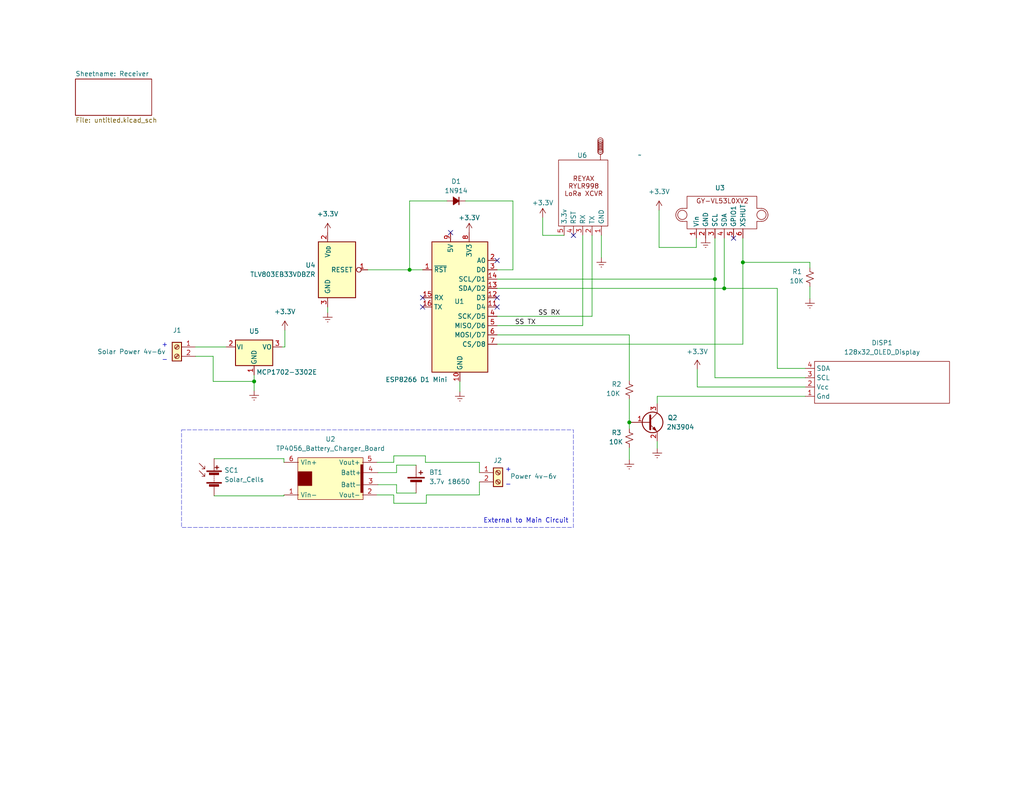
<source format=kicad_sch>
(kicad_sch (version 20231120) (generator "eeschema") (generator_version "8.0")
  (paper "A")
  (title_block (title "Delivery Box Reporter Transmitter") (date "2025-01-06"))
  (lib_symbols
    (symbol "Battery_Management2:TP4056_Battery_Charger_Board"
      (property "Reference" "U2" (at 0 11.43 0))
      (property "Value" "TP4056_Battery_Charger_Board" (at 0 8.89 0))
      (symbol "TP4056_Battery_Charger_Board_0_1"
        (rectangle (start -8.89 2.54) (end -5.08 -1.27) (stroke (width 0.1524)) (fill (type outline)))
        (rectangle (start -8.89 6.35) (end 8.89 -5.08) (stroke (width 0.1524)) (fill (type background)))
        (rectangle (start 8.89 4.445) (end 8.255 -3.175) (stroke (width 0.1524)) (fill (type outline)))
      )
      (symbol "TP4056_Battery_Charger_Board_1_1"
        (pin power_in line (at -12.7 -3.81 0) (length 4) (name "Vin-") (number "1"))
        (pin power_out line (at 12.7 -3.81 180) (length 4) (name "Vout-") (number "2"))
        (pin bidirectional line (at 12.954 -1.016 180) (length 4) (name "Batt-") (number "3"))
        (pin bidirectional line (at 12.954 2.286 180) (length 4) (name "Batt+") (number "4"))
        (pin power_out line (at 12.7 5.08 180) (length 4) (name "Vout+") (number "5"))
        (pin power_in line (at -12.7 5.08 0) (length 4) (name "Vin+") (number "6"))
      )
    )
    (symbol "Connector:Screw_Terminal_01x02" (pin_names (offset 1.016) hide)
      (property "Reference" "J" (at 0 2.54 0))
      (property "Value" "Screw_Terminal_01x02" (at 0 -5.08 0))
      (symbol "Screw_Terminal_01x02_1_1"
        (rectangle (start -1.27 1.27) (end 1.27 -3.81) (stroke (width 0.254)) (fill (type background)))
        (circle (center 0 -2.54) (radius 0.635) (stroke (width 0.1524)))
        (polyline (pts (xy -0.5334 -2.2098) (xy 0.3302 -3.048)) (stroke (width 0.1524)))
        (polyline (pts (xy -0.5334 0.3302) (xy 0.3302 -0.508)) (stroke (width 0.1524)))
        (polyline (pts (xy -0.3556 -2.032) (xy 0.508 -2.8702)) (stroke (width 0.1524)))
        (polyline (pts (xy -0.3556 0.508) (xy 0.508 -0.3302)) (stroke (width 0.1524)))
        (circle (center 0 0) (radius 0.635) (stroke (width 0.1524)))
        (pin passive line (at -5.08 0 0) (length 3.81) (name "Pin_1") (number "1"))
        (pin passive line (at -5.08 -2.54 0) (length 3.81) (name "Pin_2") (number "2"))
      )
    )
    (symbol "Davids_Symbols:128x32_OLED_Display"
      (property "Reference" "DISP1" (at 7.62 3.81 0))
      (property "Value" "128x32_OLED_Display" (at 7.62 1.27 0))
      (symbol "128x32_OLED_Display_0_1"
        (rectangle (start 26.035 -12.7) (end -10.795 -1.27) (stroke (width 0.1524)))
      )
      (symbol "128x32_OLED_Display_1_1"
        (pin passive line (at -13.335 -10.795 0) (length 2.54) (name "Gnd") (number "1"))
        (pin power_in line (at -13.335 -8.255 0) (length 2.54) (name "Vcc") (number "2"))
        (pin input line (at -13.335 -5.715 0) (length 2.54) (name "SCL") (number "3"))
        (pin input line (at -13.335 -3.175 0) (length 2.54) (name "SDA") (number "4"))
      )
    )
    (symbol "Davids_Symbols:GY-VL53L0XV2"
      (property "Reference" "U3" (at -0.508 6.858 0))
      (symbol "GY-VL53L0XV2_0_1"
        (arc (start -11.938 0) (mid -11.4172 -1.2572) (end -10.16 -1.778))
        (circle (center -10.16 0) (radius 1.27))
        (arc (start -10.16 1.778) (mid -11.4172 1.2572) (end -11.938 0))
        (polyline (pts (xy -10.16 -1.778) (xy -8.89 -1.778)))
        (polyline (pts (xy -10.16 1.778) (xy -8.89 1.778)))
        (polyline (pts (xy 11.43 -1.778) (xy 10.16 -1.778)))
        (polyline (pts (xy 11.43 1.778) (xy 10.16 1.778)))
        (polyline (pts (xy 10.16 -1.778) (xy 10.16 -3.81) (xy -8.89 -3.81) (xy -8.89 -1.778)))
        (polyline (pts (xy 10.16 1.778) (xy 10.16 5.08) (xy -8.89 5.08) (xy -8.89 1.778)))
        (arc (start 11.43 -1.778) (mid 12.6872 -1.2572) (end 13.208 0))
        (circle (center 11.43 0) (radius 1.27))
        (arc (start 13.208 0) (mid 12.6872 1.2572) (end 11.43 1.778))
      )
      (symbol "GY-VL53L0XV2_1_1"
        (text "GY-VL53L0XV2" (at 0.762 3.81 0) (effects (font (size 1.27 1.27))))
        (pin power_in line (at -6.35 -6.35 90) (length 2.54) (name "Vin") (number "1"))
        (pin power_in line (at -3.81 -6.35 90) (length 2.54) (name "GND") (number "2"))
        (pin bidirectional line (at -1.27 -6.35 90) (length 2.54) (name "SCL") (number "3"))
        (pin bidirectional line (at 1.27 -6.35 90) (length 2.54) (name "SDA") (number "4"))
        (pin open_collector line (at 3.81 -6.35 90) (length 2.54) (name "GPIO1") (number "5"))
        (pin open_emitter line (at 6.35 -6.35 90) (length 2.54) (name "XSHUT") (number "6"))
      )
    )
    (symbol "Davids_Symbols:MMBT3904-7-F_SOT-23" (pin_names (offset 0) hide)
      (property "Reference" "Q" (at 5.08 1.905 0))
      (property "Value" "MMBT3904-7-F_SOT-23" (at 5.08 0 0))
      (symbol "MMBT3904-7-F_SOT-23_0_1"
        (polyline (pts (xy 0.635 0.635) (xy 2.54 2.54)))
        (polyline (pts (xy 0.635 -0.635) (xy 2.54 -2.54) (xy 2.54 -2.54)))
        (polyline (pts (xy 0.635 1.905) (xy 0.635 -1.905) (xy 0.635 -1.905)) (stroke (width 0.508)))
        (polyline (pts (xy 1.27 -1.778) (xy 1.778 -1.27) (xy 2.286 -2.286) (xy 1.27 -1.778) (xy 1.27 -1.778)) (fill (type outline)))
        (circle (center 1.27 0) (radius 2.8194) (stroke (width 0.254)))
      )
      (symbol "MMBT3904-7-F_SOT-23_1_1"
        (pin passive line (at -5.08 0 0) (length 5.715) (name "B") (number "1"))
        (pin passive line (at 2.54 -5.08 90) (length 2.54) (name "E") (number "2"))
        (pin passive line (at 2.54 5.08 270) (length 2.54) (name "C") (number "3"))
      )
    )
    (symbol "Davids_Symbols:RYLR998"
      (property "Reference" "U" (at -0.762 10.668 0))
      (symbol "RYLR998_0_1"
        (rectangle (start -6.35 9.398) (end 7.112 -8.636))
        (polyline (pts (xy 5.08 10.922) (xy 5.08 9.398)))
        (circle (center 5.08 11.684) (radius 0.7184))
        (circle (center 5.08 11.684) (radius 0.7184))
        (circle (center 5.08 12.192) (radius 0.7184))
        (circle (center 5.08 12.7) (radius 0.7184))
        (circle (center 5.08 13.208) (radius 0.7184))
        (circle (center 5.08 13.716) (radius 0.7184))
        (circle (center 5.08 14.224) (radius 0.7184))
        (circle (center 5.08 14.732) (radius 0.7184))
      )
      (symbol "RYLR998_1_1"
        (text "REYAX\nRYLR998\nLoRa XCVR" (at 0.508 2.286 0) (effects (font (size 1.27 1.27))))
        (pin passive line (at 5.334 -11.176 90) (length 2.54) (name "GND") (number "1"))
        (pin output line (at 2.794 -11.176 90) (length 2.54) (name "TX") (number "2"))
        (pin input line (at 0.254 -11.176 90) (length 2.54) (name "RX") (number "3"))
        (pin input line (at -2.286 -11.176 90) (length 2.54) (name "RST") (number "4"))
        (pin power_in line (at -4.826 -11.176 90) (length 2.54) (name "3.3v") (number "5"))
      )
    )
    (symbol "Davids_Symbols:TLV803EB33VDBZR" (pin_names (offset 1.016))
      (property "Reference" "U" (at 2.54 10.16 0))
      (property "Value" "TLV803EB33VDBZR" (at 10.16 12.7 0))
      (symbol "TLV803EB33VDBZR_1_1"
        (rectangle (start -5.08 7.62) (end 5.08 -7.62) (stroke (width 0.254)) (fill (type background)))
        (pin output inverted (at 8.382 0 180) (length 3.048) (name "RESET") (number "1"))
        (pin power_in line (at -2.54 10.16 270) (length 2.54) (name "V_{DD}") (number "2"))
        (pin power_in line (at -2.54 -10.16 90) (length 2.54) (name "GND") (number "3"))
      )
    )
    (symbol "Device:Battery_Cell" (pin_numbers hide) (pin_names (offset 0) hide)
      (property "Reference" "BT" (at 2.54 2.54 0))
      (property "Value" "Battery_Cell" (at 2.54 0 0))
      (symbol "Battery_Cell_0_1"
        (rectangle (start -2.286 1.778) (end 2.286 1.524) (fill (type outline)))
        (rectangle (start -1.524 1.016) (end 1.524 0.508) (fill (type outline)))
        (polyline (pts (xy 0 0.762) (xy 0 0)))
        (polyline (pts (xy 0 1.778) (xy 0 2.54)))
        (polyline (pts (xy 0.762 3.048) (xy 1.778 3.048)) (stroke (width 0.254)))
        (polyline (pts (xy 1.27 3.556) (xy 1.27 2.54)) (stroke (width 0.254)))
      )
      (symbol "Battery_Cell_1_1"
        (pin passive line (at 0 5.08 270) (length 2.54) (name "+") (number "1"))
        (pin passive line (at 0 -2.54 90) (length 2.54) (name "-") (number "2"))
      )
    )
    (symbol "Device:D_Small_Filled" (pin_numbers hide) (pin_names (offset 0.254) hide)
      (property "Reference" "D" (at -1.27 2.032 0))
      (property "Value" "D_Small_Filled" (at -3.81 -2.032 0))
      (symbol "D_Small_Filled_0_1"
        (polyline (pts (xy -0.762 -1.016) (xy -0.762 1.016)) (stroke (width 0.254)))
        (polyline (pts (xy -0.762 0) (xy 0.762 0)))
        (polyline (pts (xy 0.762 -1.016) (xy -0.762 0) (xy 0.762 1.016) (xy 0.762 -1.016)) (stroke (width 0.254)) (fill (type outline)))
      )
      (symbol "D_Small_Filled_1_1"
        (pin passive line (at -2.54 0 0) (length 1.778) (name "K") (number "1"))
        (pin passive line (at 2.54 0 180) (length 1.778) (name "A") (number "2"))
      )
    )
    (symbol "Device:R_Small_US" (pin_numbers hide) (pin_names (offset 0.254) hide)
      (property "Reference" "R" (at 0.762 0.508 0))
      (property "Value" "R_Small_US" (at 0.762 -1.016 0))
      (symbol "R_Small_US_1_1"
        (polyline (pts (xy 0 0) (xy 1.016 -0.381) (xy 0 -0.762) (xy -1.016 -1.143) (xy 0 -1.524)))
        (polyline (pts (xy 0 1.524) (xy 1.016 1.143) (xy 0 0.762) (xy -1.016 0.381) (xy 0 0)))
        (pin passive line (at 0 2.54 270) (length 1.016) (name "~") (number "1"))
        (pin passive line (at 0 -2.54 90) (length 1.016) (name "~") (number "2"))
      )
    )
    (symbol "Device:Solar_Cells" (pin_numbers hide) (pin_names (offset 0) hide)
      (property "Reference" "SC1" (at 2.794 1.9051 0))
      (property "Value" "Solar_Cells" (at 2.794 -0.6349 0))
      (symbol "Solar_Cells_0_1"
        (rectangle (start -2.032 -1.397) (end 2.032 -1.651) (fill (type outline)))
        (rectangle (start -2.032 1.778) (end 2.032 1.524) (fill (type outline)))
        (rectangle (start -1.3208 -1.9812) (end 1.27 -2.4892) (fill (type outline)))
        (rectangle (start -1.3208 1.1938) (end 1.27 0.6858) (fill (type outline)))
        (polyline (pts (xy -2.54 0.254) (xy -4.064 1.778)))
        (polyline (pts (xy -2.54 2.286) (xy -4.064 3.81)))
        (polyline (pts (xy 0 -1.524) (xy 0 -1.27)))
        (polyline (pts (xy 0 -1.016) (xy 0 -0.762)))
        (polyline (pts (xy 0 -0.508) (xy 0 -0.254)))
        (polyline (pts (xy 0 0) (xy 0 0.254)))
        (polyline (pts (xy 0 0.508) (xy 0 0.762)))
        (polyline (pts (xy 0 1.778) (xy 0 2.54)))
        (polyline (pts (xy 0.254 2.667) (xy 1.27 2.667)) (stroke (width 0.254)))
        (polyline (pts (xy 0.762 3.175) (xy 0.762 2.159)) (stroke (width 0.254)))
        (polyline (pts (xy -2.54 1.016) (xy -2.54 0.254) (xy -3.302 0.254)))
        (polyline (pts (xy -2.54 3.048) (xy -2.54 2.286) (xy -3.302 2.286)))
      )
      (symbol "Solar_Cells_1_1"
        (pin power_out line (at 0 5.08 270) (length 2.54) (name "+") (number "1"))
        (pin power_out line (at 0 -5.08 90) (length 2.54) (name "-") (number "2"))
      )
    )
    (symbol "MCU_Module:WeMos_D1_mini"
      (property "Reference" "U1" (at -1.524 1.524 0))
      (property "Value" "ESP8266 D1 Mini" (at -20.32 -19.812 0))
      (symbol "WeMos_D1_mini_1_1"
        (rectangle (start -7.62 17.78) (end 7.62 -17.78) (stroke (width 0.254)) (fill (type background)))
        (pin input line (at -10.16 10.16 0) (length 2.54) (name "~{RST}") (number "1"))
        (pin power_in line (at 0 -20.32 90) (length 2.54) (name "GND") (number "10"))
        (pin bidirectional line (at 10.16 0 180) (length 2.54) (name "D4") (number "11"))
        (pin bidirectional line (at 10.16 2.54 180) (length 2.54) (name "D3") (number "12"))
        (pin bidirectional line (at 10.16 5.08 180) (length 2.54) (name "SDA/D2") (number "13"))
        (pin bidirectional line (at 10.16 7.62 180) (length 2.54) (name "SCL/D1") (number "14"))
        (pin input line (at -10.16 2.54 0) (length 2.54) (name "RX") (number "15"))
        (pin output line (at -10.16 0 0) (length 2.54) (name "TX") (number "16"))
        (pin input line (at 10.16 12.7 180) (length 2.54) (name "A0") (number "2"))
        (pin bidirectional line (at 10.16 10.16 180) (length 2.54) (name "D0") (number "3"))
        (pin bidirectional line (at 10.16 -2.54 180) (length 2.54) (name "SCK/D5") (number "4"))
        (pin bidirectional line (at 10.16 -5.08 180) (length 2.54) (name "MISO/D6") (number "5"))
        (pin bidirectional line (at 10.16 -7.62 180) (length 2.54) (name "MOSI/D7") (number "6"))
        (pin bidirectional line (at 10.16 -10.16 180) (length 2.54) (name "CS/D8") (number "7"))
        (pin power_in line (at 2.54 20.32 270) (length 2.54) (name "3V3") (number "8"))
        (pin power_in line (at -2.54 20.32 270) (length 2.54) (name "5V") (number "9"))
      )
    )
    (symbol "Regulator_Linear:MCP1700x-330xxTO" (pin_names (offset 0.254))
      (property "Reference" "U5" (at 0 -4.064 0))
      (property "Value" "MCP1702-3302E" (at 8.89 6.858 0))
      (symbol "MCP1700x-330xxTO_0_1"
        (rectangle (start -5.08 5.08) (end 5.08 -1.905) (stroke (width 0.254)) (fill (type background)))
      )
      (symbol "MCP1700x-330xxTO_1_1"
        (pin power_out line (at 0 7.62 270) (length 2.54) (name "GND") (number "1"))
        (pin power_in line (at -7.62 0 0) (length 2.54) (name "VI") (number "2"))
        (pin power_out line (at 7.62 0 180) (length 2.54) (name "VO") (number "3"))
      )
    )
    (symbol "power:+3.3V" (power) (pin_names (offset 0))
      (property "Value" "+3.3V" (at 0 3.556 0))
      (symbol "+3.3V_0_1"
        (polyline (pts (xy -0.762 1.27) (xy 0 2.54)))
        (polyline (pts (xy 0 0) (xy 0 2.54)))
        (polyline (pts (xy 0 2.54) (xy 0.762 1.27)))
      )
      (symbol "+3.3V_1_1"
        (pin power_in line (at 0 0 90) (length 0) hide (name "+3.3V") (number "1"))
      )
    )
    (symbol "power:Earth" (power) (pin_names (offset 0))
      (symbol "Earth_0_1"
        (polyline (pts (xy -0.635 -1.905) (xy 0.635 -1.905)))
        (polyline (pts (xy -0.127 -2.54) (xy 0.127 -2.54)))
        (polyline (pts (xy 0 -1.27) (xy 0 0)))
        (polyline (pts (xy 1.27 -1.27) (xy -1.27 -1.27)))
      )
      (symbol "Earth_1_1"
        (pin power_in line (at 0 0 270) (length 0) hide (name "Earth") (number "1"))
      )
    )
  )
  (junction (at 171.704 115.316))
  (junction (at 202.692 71.628))
  (junction (at 69.342 104.14))
  (junction (at 195.072 76.2))
  (junction (at 197.612 78.74))
  (junction (at 111.76 73.66))
  (no_connect (at 115.316 81.28))
  (no_connect (at 135.636 81.28))
  (no_connect (at 122.936 63.5))
  (no_connect (at 156.464 64.262))
  (no_connect (at 135.636 83.82))
  (no_connect (at 115.316 83.82))
  (no_connect (at 135.636 71.12))
  (no_connect (at 200.152 65.024))
  (wire (pts (xy 116.332 137.414) (xy 116.332 135.128)))
  (wire (pts (xy 69.342 104.14) (xy 69.342 106.68)))
  (wire (pts (xy 130.81 135.128) (xy 130.81 131.572)))
  (wire (pts (xy 202.692 93.98) (xy 135.636 93.98)))
  (wire (pts (xy 202.692 71.628) (xy 202.692 93.98)))
  (wire (pts (xy 107.442 135.128) (xy 107.442 137.414)))
  (wire (pts (xy 197.612 78.74) (xy 212.09 78.74)))
  (wire (pts (xy 58.42 135.382) (xy 77.47 135.382)))
  (wire (pts (xy 148.082 64.262) (xy 148.082 59.436)))
  (wire (pts (xy 116.078 126.238) (xy 130.81 126.238)))
  (wire (pts (xy 189.992 67.564) (xy 179.832 67.564)))
  (wire (pts (xy 111.76 73.66) (xy 115.316 73.66)))
  (wire (pts (xy 107.442 126.238) (xy 107.442 124.46)))
  (wire (pts (xy 100.33 73.66) (xy 111.76 73.66)))
  (wire (pts (xy 102.87 126.238) (xy 107.442 126.238)))
  (wire (pts (xy 130.81 126.238) (xy 130.81 129.032)))
  (wire (pts (xy 135.636 86.36) (xy 161.544 86.36)))
  (wire (pts (xy 69.342 102.362) (xy 69.342 104.14)))
  (wire (pts (xy 164.084 64.262) (xy 164.084 70.358)))
  (wire (pts (xy 135.636 88.9) (xy 159.004 88.9)))
  (wire (pts (xy 89.408 83.82) (xy 89.408 85.344)))
  (wire (pts (xy 161.544 86.36) (xy 161.544 64.262)))
  (wire (pts (xy 171.704 115.316) (xy 171.704 117.094)))
  (wire (pts (xy 212.09 78.74) (xy 212.09 100.584)))
  (wire (pts (xy 220.98 71.628) (xy 202.692 71.628)))
  (wire (pts (xy 107.442 137.414) (xy 116.332 137.414)))
  (wire (pts (xy 103.124 132.334) (xy 108.204 132.334)))
  (wire (pts (xy 202.692 65.024) (xy 202.692 71.628)))
  (wire (pts (xy 179.324 120.396) (xy 179.324 122.428)))
  (wire (pts (xy 77.47 135.382) (xy 77.47 135.128)))
  (wire (pts (xy 195.072 65.024) (xy 195.072 76.2)))
  (wire (pts (xy 108.204 132.334) (xy 108.204 134.62)))
  (wire (pts (xy 189.992 65.024) (xy 189.992 67.564)))
  (wire (pts (xy 220.98 78.232) (xy 220.98 81.534)))
  (wire (pts (xy 212.09 100.584) (xy 219.71 100.584)))
  (wire (pts (xy 111.76 54.864) (xy 111.76 73.66)))
  (wire (pts (xy 195.072 76.2) (xy 195.072 103.124)))
  (wire (pts (xy 171.704 103.886) (xy 171.704 91.44)))
  (wire (pts (xy 190.246 105.664) (xy 190.246 100.838)))
  (wire (pts (xy 108.204 127) (xy 113.538 127)))
  (wire (pts (xy 116.332 135.128) (xy 130.81 135.128)))
  (wire (pts (xy 135.636 76.2) (xy 195.072 76.2)))
  (wire (pts (xy 77.724 94.742) (xy 77.724 90.17)))
  (wire (pts (xy 139.954 73.66) (xy 139.954 54.864)))
  (wire (pts (xy 58.166 104.14) (xy 69.342 104.14)))
  (wire (pts (xy 179.324 108.204) (xy 179.324 110.236)))
  (wire (pts (xy 153.924 64.262) (xy 148.082 64.262)))
  (wire (pts (xy 77.47 125.222) (xy 77.47 126.238)))
  (wire (pts (xy 135.636 73.66) (xy 139.954 73.66)))
  (wire (pts (xy 159.004 88.9) (xy 159.004 64.262)))
  (wire (pts (xy 139.954 54.864) (xy 127 54.864)))
  (wire (pts (xy 102.87 135.128) (xy 107.442 135.128)))
  (wire (pts (xy 53.34 94.742) (xy 61.722 94.742)))
  (wire (pts (xy 103.124 129.032) (xy 108.204 129.032)))
  (wire (pts (xy 135.636 78.74) (xy 197.612 78.74)))
  (wire (pts (xy 171.704 115.316) (xy 171.704 108.966)))
  (wire (pts (xy 219.71 108.204) (xy 179.324 108.204)))
  (wire (pts (xy 53.34 97.282) (xy 58.166 97.282)))
  (wire (pts (xy 179.832 67.564) (xy 179.832 57.404)))
  (wire (pts (xy 125.476 104.14) (xy 125.476 106.934)))
  (wire (pts (xy 116.078 124.46) (xy 116.078 126.238)))
  (wire (pts (xy 58.166 97.282) (xy 58.166 104.14)))
  (wire (pts (xy 76.962 94.742) (xy 77.724 94.742)))
  (wire (pts (xy 190.246 105.664) (xy 219.71 105.664)))
  (wire (pts (xy 107.442 124.46) (xy 116.078 124.46)))
  (wire (pts (xy 197.612 65.024) (xy 197.612 78.74)))
  (wire (pts (xy 58.42 125.222) (xy 77.47 125.222)))
  (wire (pts (xy 171.704 122.174) (xy 171.704 125.476)))
  (wire (pts (xy 108.204 129.032) (xy 108.204 127)))
  (wire (pts (xy 171.704 91.44) (xy 135.636 91.44)))
  (wire (pts (xy 121.92 54.864) (xy 111.76 54.864)))
  (wire (pts (xy 220.98 73.152) (xy 220.98 71.628)))
  (wire (pts (xy 108.204 134.62) (xy 113.538 134.62)))
  (wire (pts (xy 195.072 103.124) (xy 219.71 103.124)))
  (rectangle (start 49.53 117.348) (end 156.464 144.018) (stroke (width 0.1016) (type dash)))
  (text "External to Main Circuit" (at 143.51 142.24 0) (effects (font (size 1.27 1.27))))
  (text "+" (at 44.958 94.234 0) (effects (font (size 1.27 1.27))))
  (text "-" (at 138.684 132.334 0) (effects (font (size 1.27 1.27))))
  (text "-" (at 44.958 98.298 0) (effects (font (size 1.27 1.27))))
  (text "+" (at 138.684 128.27 0) (effects (font (size 1.27 1.27))))
  (label "SS RX" (at 146.812 86.36 0))
  (label "SS TX" (at 140.462 88.9 0))
  (symbol (lib_id "power:Earth") (at 171.704 125.476 0) (unit 1)
    (property "Reference" "#PWR08" (effects (hide yes)))
    (property "Value" "Earth" (effects (hide yes)))
    (property "Description" "Power symbol creates a global label with name \"Earth\"" (effects (hide yes)))
  )
  (symbol (lib_id "power:+3.3V") (at 128.016 63.5 0) (unit 1)
    (property "Reference" "#PWR05" (effects (hide yes)))
    (property "Value" "+3.3V" (at 128.016 59.436 0))
    (property "Description" "Power symbol creates a global label with name \"+3.3V\"" (effects (hide yes)))
  )
  (symbol (lib_id "Davids_Symbols:128x32_OLED_Display") (at 233.045 97.409 0) (unit 1)
    (property "Reference" "DISP1" (at 240.665 93.599 0))
    (property "Value" "128x32_OLED_Display" (at 240.665 96.139 0))
    (property "Footprint" "Davids_Footprints:OLED_0.91_128x32" (effects (hide yes)))
  )
  (symbol (lib_id "power:+3.3V") (at 148.082 59.436 0) (unit 1)
    (property "Reference" "#PWR013" (effects (hide yes)))
    (property "Value" "+3.3V" (at 148.082 55.372 0))
    (property "Description" "Power symbol creates a global label with name \"+3.3V\"" (effects (hide yes)))
  )
  (symbol (lib_id "Device:D_Small_Filled") (at 124.46 54.864 180) (unit 1)
    (property "Reference" "D1" (at 124.46 49.53 0))
    (property "Value" "1N914" (at 124.46 52.07 0))
    (property "Footprint" "Diode_SMD:D_1206_3216Metric" (effects (hide yes)))
    (property "Description" "Diode, small symbol, filled shape" (effects (hide yes)))
    (property "Sim.Device" "D" (effects (hide yes)))
    (property "Sim.Pins" "1=K 2=A" (effects (hide yes)))
  )
  (symbol (lib_id "Davids_Symbols:GY-VL53L0XV2") (at 196.342 58.674 0) (unit 1)
    (property "Reference" "U3" (at 195.072 51.308 0) (effects (justify left)))
    (property "Footprint" "Davids_Footprints:GY-VL53LOX-V2 Distance Sensor" (effects (hide yes)))
  )
  (symbol (lib_id "Regulator_Linear:MCP1700x-330xxTO") (at 69.342 94.742 0) (mirror x) (unit 1)
    (property "Reference" "U5" (at 69.342 90.424 0))
    (property "Value" "MCP1702-3302E" (at 78.232 101.6 0))
    (property "Footprint" "Package_TO_SOT_THT:TO-92_Inline" (effects (hide yes)))
    (property "Datasheet" "http://ww1.microchip.com/downloads/en/DeviceDoc/20001826D.pdf" (effects (hide yes)))
    (property "Description" "250mA Low Quiscent Current LDO, 3.3V output, TO-92" (effects (hide yes)))
  )
  (symbol (lib_id "Davids_Symbols:MMBT3904-7-F_SOT-23") (at 176.784 115.316 0) (unit 1)
    (property "Reference" "Q2" (at 182.118 114.046 0) (effects (justify left)))
    (property "Value" "2N3904" (at 181.864 116.5859 0) (effects (justify left)))
    (property "Footprint" "Davids_Footprints:MMBT3904-7-F_SOT-23-3" (effects (hide yes)))
    (property "Datasheet" "https://www.onsemi.com/pub/Collateral/2N3903-D.PDF" (effects (hide yes)))
    (property "Description" "0.2A Ic, 40V Vce, Small Signal NPN Transistor, TO-92" (effects (hide yes)))
  )
  (symbol (lib_id "Battery_Management2:TP4056_Battery_Charger_Board") (at 90.17 131.318 0) (unit 1) (on_board no)
    (property "Reference" "U2" (at 90.17 119.888 0))
    (property "Value" "TP4056_Battery_Charger_Board" (at 90.17 122.428 0))
  )
  (symbol (lib_id "Davids_Symbols:RYLR998") (at 158.75 53.086 0) (unit 1)
    (property "Reference" "U6" (at 157.48 42.418 0) (effects (justify left)))
    (property "Value" "~" (at 173.99 42.3128 0) (effects (justify left)))
    (property "Footprint" "Connector_PinSocket_2.54mm:PinSocket_1x05_P2.54mm_Horizontal" (effects (hide yes)))
  )
  (symbol (lib_id "Device:Solar_Cells") (at 58.42 130.302 0) (unit 1) (on_board no)
    (property "Reference" "SC1" (at 61.214 128.3969 0) (effects (justify left)))
    (property "Value" "Solar_Cells" (at 61.214 130.9369 0) (effects (justify left)))
    (property "Description" "Multiple solar cells" (effects (hide yes)))
  )
  (symbol (lib_id "power:Earth") (at 192.532 65.024 0) (unit 1)
    (property "Reference" "#PWR01" (effects (hide yes)))
    (property "Value" "Earth" (effects (hide yes)))
    (property "Description" "Power symbol creates a global label with name \"Earth\"" (effects (hide yes)))
  )
  (symbol (lib_id "Device:Battery_Cell") (at 113.538 132.08 0) (unit 1) (on_board no)
    (property "Reference" "BT1" (at 117.094 128.9684 0) (effects (justify left)))
    (property "Value" "3.7v 18650" (at 117.094 131.5084 0) (effects (justify left)))
    (property "Description" "Single-cell battery" (effects (hide yes)))
  )
  (symbol (lib_id "power:Earth") (at 164.084 70.358 0) (unit 1)
    (property "Reference" "#PWR014" (effects (hide yes)))
    (property "Value" "Earth" (effects (hide yes)))
    (property "Description" "Power symbol creates a global label with name \"Earth\"" (effects (hide yes)))
  )
  (symbol (lib_id "Device:R_Small_US") (at 171.704 106.426 180) (unit 1)
    (property "Reference" "R2" (at 166.878 104.902 0) (effects (justify right)))
    (property "Value" "10K" (at 165.354 107.442 0) (effects (justify right)))
    (property "Footprint" "Resistor_SMD:R_0805_2012Metric" (effects (hide yes)))
    (property "Description" "Resistor, small US symbol" (effects (hide yes)))
  )
  (symbol (lib_id "Davids_Symbols:TLV803EB33VDBZR") (at 91.948 73.66 0) (unit 1)
    (property "Reference" "U4" (at 86.106 72.3899 0) (effects (justify right)))
    (property "Value" "TLV803EB33VDBZR" (at 86.106 74.9299 0) (effects (justify right)))
    (property "Footprint" "Package_TO_SOT_SMD:SOT-23" (effects (hide yes)))
    (property "Datasheet" "https://www.ti.com/lit/ds/symlink/tlv803e.pdf" (effects (hide yes)))
    (property "Description" "push-pull, active-high, 200mS reset delay, 2.93V threshold voltage, SOT-23" (effects (hide yes)))
  )
  (symbol (lib_id "power:+3.3V") (at 179.832 57.404 0) (unit 1)
    (property "Reference" "#PWR04" (effects (hide yes)))
    (property "Value" "+3.3V" (at 179.832 52.324 0))
    (property "Description" "Power symbol creates a global label with name \"+3.3V\"" (effects (hide yes)))
  )
  (symbol (lib_id "Connector:Screw_Terminal_01x02") (at 135.89 129.032 0) (unit 1) (on_board no)
    (property "Reference" "J2" (at 134.62 125.73 0) (effects (justify left)))
    (property "Value" "Power 4v-6v" (at 139.192 130.048 0) (effects (justify left)))
    (property "Footprint" "Davids_Footprints:KF350 2 Pin Terminal Block" (effects (hide yes)))
    (property "Description" "Generic screw terminal, single row, 01x02, script generated (kicad-library-utils/schlib/autogen/connector/)" (effects (hide yes)))
  )
  (symbol (lib_id "power:Earth") (at 220.98 81.534 0) (unit 1)
    (property "Reference" "#PWR07" (effects (hide yes)))
    (property "Value" "Earth" (effects (hide yes)))
    (property "Description" "Power symbol creates a global label with name \"Earth\"" (effects (hide yes)))
  )
  (symbol (lib_id "power:Earth") (at 89.408 85.344 0) (unit 1)
    (property "Reference" "#PWR010" (effects (hide yes)))
    (property "Value" "Earth" (effects (hide yes)))
    (property "Description" "Power symbol creates a global label with name \"Earth\"" (effects (hide yes)))
  )
  (symbol (lib_id "power:+3.3V") (at 89.408 63.5 0) (unit 1)
    (property "Reference" "#PWR09" (effects (hide yes)))
    (property "Value" "+3.3V" (at 89.408 58.42 0))
    (property "Description" "Power symbol creates a global label with name \"+3.3V\"" (effects (hide yes)))
  )
  (symbol (lib_id "power:Earth") (at 179.324 122.428 0) (unit 1)
    (property "Reference" "#PWR02" (effects (hide yes)))
    (property "Value" "Earth" (effects (hide yes)))
    (property "Description" "Power symbol creates a global label with name \"Earth\"" (effects (hide yes)))
  )
  (symbol (lib_id "power:Earth") (at 69.342 106.68 0) (unit 1)
    (property "Reference" "#PWR012" (effects (hide yes)))
    (property "Value" "Earth" (effects (hide yes)))
    (property "Description" "Power symbol creates a global label with name \"Earth\"" (effects (hide yes)))
  )
  (symbol (lib_id "Device:R_Small_US") (at 171.704 119.634 180) (unit 1)
    (property "Reference" "R3" (at 166.878 118.11 0) (effects (justify right)))
    (property "Value" "10K" (at 166.116 120.65 0) (effects (justify right)))
    (property "Footprint" "Resistor_SMD:R_0805_2012Metric" (effects (hide yes)))
    (property "Description" "To keep transistor OFF while processor sleeps" (effects (hide yes)))
  )
  (symbol (lib_id "MCU_Module:WeMos_D1_mini") (at 125.476 83.82 0) (unit 1)
    (property "Reference" "U1" (at 123.952 82.296 0) (effects (justify left)))
    (property "Value" "ESP8266 D1 Mini" (at 105.156 103.632 0) (effects (justify left)))
    (property "Footprint" "Module:WEMOS_D1_mini_light" (effects (hide yes)))
    (property "Datasheet" "https://wiki.wemos.cc/products:d1:d1_mini#documentation" (effects (hide yes)))
    (property "Description" "32-bit microcontroller module with WiFi" (effects (hide yes)))
  )
  (symbol (lib_id "Connector:Screw_Terminal_01x02") (at 48.26 94.742 0) (mirror y) (unit 1)
    (property "Reference" "J1" (at 49.53 90.17 0) (effects (justify left)))
    (property "Value" "Solar Power 4v-6v" (at 45.212 96.012 0) (effects (justify left)))
    (property "Footprint" "Davids_Footprints:KF350 2 Pin Terminal Block" (effects (hide yes)))
    (property "Description" "Generic screw terminal, single row, 01x02, script generated (kicad-library-utils/schlib/autogen/connector/)" (effects (hide yes)))
  )
  (symbol (lib_id "power:+3.3V") (at 190.246 100.838 0) (unit 1)
    (property "Reference" "#PWR06" (effects (hide yes)))
    (property "Value" "+3.3V" (at 190.246 96.012 0))
    (property "Description" "Power symbol creates a global label with name \"+3.3V\"" (effects (hide yes)))
  )
  (symbol (lib_id "power:Earth") (at 125.476 106.934 0) (unit 1)
    (property "Reference" "#PWR03" (effects (hide yes)))
    (property "Value" "Earth" (effects (hide yes)))
    (property "Description" "Power symbol creates a global label with name \"Earth\"" (effects (hide yes)))
  )
  (symbol (lib_id "power:+3.3V") (at 77.724 90.17 0) (unit 1)
    (property "Reference" "#PWR011" (effects (hide yes)))
    (property "Value" "+3.3V" (at 77.724 85.09 0))
    (property "Description" "Power symbol creates a global label with name \"+3.3V\"" (effects (hide yes)))
  )
  (symbol (lib_id "Device:R_Small_US") (at 220.98 75.692 180) (unit 1)
    (property "Reference" "R1" (at 216.154 74.168 0) (effects (justify right)))
    (property "Value" "10K" (at 215.392 76.708 0) (effects (justify right)))
    (property "Footprint" "Resistor_SMD:R_0805_2012Metric" (effects (hide yes)))
    (property "Description" "To keep sensor OFF while processor sleeps" (effects (hide yes)))
  )
  (sheet (at 20.574 21.59) (size 20.828 9.906) (stroke (width 0.1524))
    (property "Sheetname" "Receiver" (at 20.574 20.8784 0) (show_name yes) (effects (justify left bottom)))
    (property "Sheetfile" "untitled.kicad_sch" (at 20.574 32.0806 0) (effects (justify left top)))
  )
)
</source>
